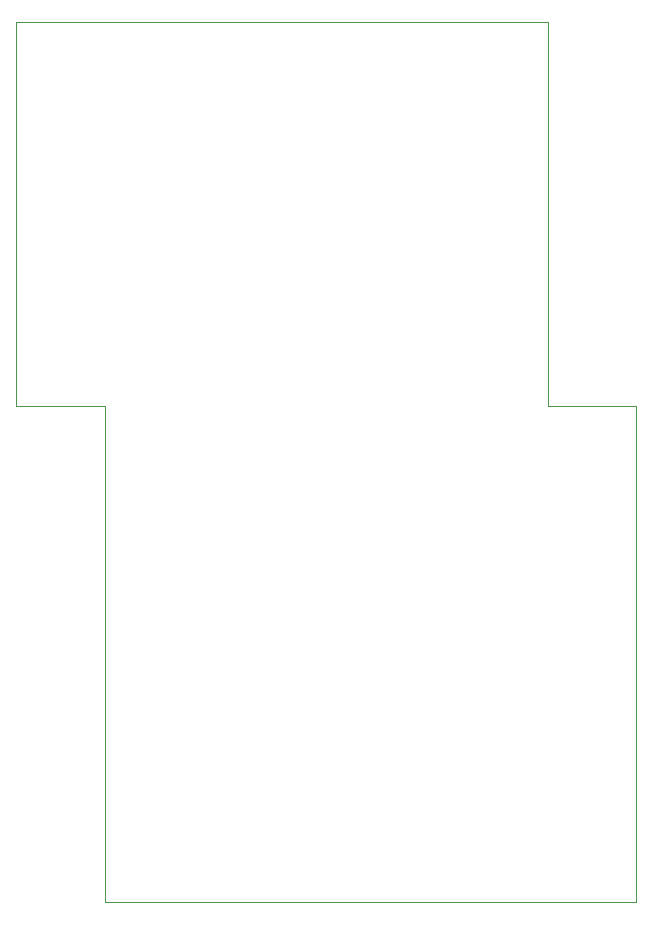
<source format=gm1>
G04 #@! TF.GenerationSoftware,KiCad,Pcbnew,(5.1.5)-3*
G04 #@! TF.CreationDate,2021-04-29T22:27:46+02:00*
G04 #@! TF.ProjectId,thermocjromic clock resistors panel,74686572-6d6f-4636-9a72-6f6d69632063,1*
G04 #@! TF.SameCoordinates,Original*
G04 #@! TF.FileFunction,Profile,NP*
%FSLAX46Y46*%
G04 Gerber Fmt 4.6, Leading zero omitted, Abs format (unit mm)*
G04 Created by KiCad (PCBNEW (5.1.5)-3) date 2021-04-29 22:27:46*
%MOMM*%
%LPD*%
G04 APERTURE LIST*
%ADD10C,0.100000*%
G04 APERTURE END LIST*
D10*
X97500000Y-134500000D02*
X97500000Y-132500000D01*
X142500000Y-132500000D02*
X142500000Y-134500000D01*
X135000000Y-60000000D02*
X135000000Y-92500000D01*
X90000000Y-60000000D02*
X135000000Y-60000000D01*
X90000000Y-92500000D02*
X90000000Y-60000000D01*
X97500000Y-92500000D02*
X90000000Y-92500000D01*
X97500000Y-132500000D02*
X97500000Y-92500000D01*
X142500000Y-134500000D02*
X97500000Y-134500000D01*
X142500000Y-92500000D02*
X142500000Y-132500000D01*
X135000000Y-92500000D02*
X142500000Y-92500000D01*
M02*

</source>
